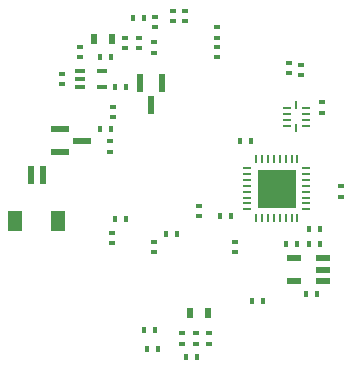
<source format=gbp>
%FSLAX24Y24*%
%MOIN*%
G70*
G01*
G75*
G04 Layer_Color=128*
%ADD10C,0.0100*%
%ADD11R,0.2362X0.1890*%
%ADD12O,0.0315X0.0157*%
%ADD13O,0.0276X0.0098*%
%ADD14O,0.0098X0.0276*%
%ADD15R,0.0236X0.0157*%
%ADD16R,0.0197X0.0354*%
%ADD17R,0.0157X0.0236*%
%ADD18R,0.0354X0.0197*%
%ADD19R,0.1850X0.1850*%
%ADD20O,0.0110X0.0315*%
%ADD21O,0.0315X0.0110*%
%ADD22R,0.2028X0.2028*%
%ADD23O,0.0110X0.0335*%
%ADD24O,0.0335X0.0110*%
%ADD25O,0.0532X0.0177*%
%ADD26R,0.0532X0.0157*%
%ADD27R,0.0630X0.0748*%
%ADD28R,0.0551X0.0630*%
%ADD29R,0.0217X0.0394*%
%ADD30R,0.0276X0.0354*%
%ADD31R,0.0138X0.0098*%
%ADD32R,0.0098X0.0187*%
%ADD33R,0.0787X0.0472*%
%ADD34R,0.0142X0.0142*%
%ADD35R,0.0110X0.0110*%
G04:AMPARAMS|DCode=36|XSize=59.1mil|YSize=102.4mil|CornerRadius=0mil|HoleSize=0mil|Usage=FLASHONLY|Rotation=230.000|XOffset=0mil|YOffset=0mil|HoleType=Round|Shape=Rectangle|*
%AMROTATEDRECTD36*
4,1,4,-0.0202,0.0555,0.0582,-0.0103,0.0202,-0.0555,-0.0582,0.0103,-0.0202,0.0555,0.0*
%
%ADD36ROTATEDRECTD36*%

%ADD37R,0.0197X0.0315*%
G04:AMPARAMS|DCode=38|XSize=86.6mil|YSize=51.2mil|CornerRadius=12.8mil|HoleSize=0mil|Usage=FLASHONLY|Rotation=270.000|XOffset=0mil|YOffset=0mil|HoleType=Round|Shape=RoundedRectangle|*
%AMROUNDEDRECTD38*
21,1,0.0866,0.0256,0,0,270.0*
21,1,0.0610,0.0512,0,0,270.0*
1,1,0.0256,-0.0128,-0.0305*
1,1,0.0256,-0.0128,0.0305*
1,1,0.0256,0.0128,0.0305*
1,1,0.0256,0.0128,-0.0305*
%
%ADD38ROUNDEDRECTD38*%
G04:AMPARAMS|DCode=39|XSize=15.7mil|YSize=23.6mil|CornerRadius=3.9mil|HoleSize=0mil|Usage=FLASHONLY|Rotation=270.000|XOffset=0mil|YOffset=0mil|HoleType=Round|Shape=RoundedRectangle|*
%AMROUNDEDRECTD39*
21,1,0.0157,0.0157,0,0,270.0*
21,1,0.0079,0.0236,0,0,270.0*
1,1,0.0079,-0.0079,-0.0039*
1,1,0.0079,-0.0079,0.0039*
1,1,0.0079,0.0079,0.0039*
1,1,0.0079,0.0079,-0.0039*
%
%ADD39ROUNDEDRECTD39*%
%ADD40R,0.0118X0.0209*%
%ADD41R,0.0118X0.0193*%
%ADD42R,0.0157X0.0335*%
%ADD43R,0.0335X0.0157*%
%ADD44C,0.0060*%
%ADD45C,0.0050*%
%ADD46C,0.0120*%
%ADD47C,0.0181*%
%ADD48C,0.0080*%
%ADD49C,0.0150*%
%ADD50C,0.1260*%
%ADD51C,0.0630*%
%ADD52C,0.0197*%
%ADD53C,0.0180*%
%ADD54C,0.0260*%
%ADD55C,0.0220*%
%ADD56C,0.0200*%
%ADD57C,0.0276*%
%ADD58O,0.0098X0.0315*%
%ADD59O,0.0315X0.0098*%
%ADD60R,0.1299X0.1299*%
%ADD61R,0.0236X0.0591*%
%ADD62R,0.0591X0.0236*%
%ADD63R,0.0236X0.0610*%
%ADD64R,0.0472X0.0709*%
%ADD65R,0.0512X0.0217*%
%ADD66C,0.0098*%
%ADD67C,0.0079*%
%ADD68C,0.0039*%
%ADD69C,0.0047*%
G04:AMPARAMS|DCode=70|XSize=43.3mil|YSize=55.1mil|CornerRadius=0mil|HoleSize=0mil|Usage=FLASHONLY|Rotation=230.000|XOffset=0mil|YOffset=0mil|HoleType=Round|Shape=Rectangle|*
%AMROTATEDRECTD70*
4,1,4,-0.0072,0.0343,0.0350,-0.0011,0.0072,-0.0343,-0.0350,0.0011,-0.0072,0.0343,0.0*
%
%ADD70ROTATEDRECTD70*%

%ADD71R,0.2422X0.1950*%
%ADD72O,0.0375X0.0217*%
%ADD73O,0.0336X0.0158*%
%ADD74O,0.0158X0.0336*%
%ADD75R,0.0296X0.0217*%
%ADD76R,0.0257X0.0414*%
%ADD77R,0.0217X0.0296*%
%ADD78R,0.0414X0.0257*%
%ADD79R,0.1910X0.1910*%
%ADD80O,0.0165X0.0370*%
%ADD81O,0.0370X0.0165*%
%ADD82R,0.2088X0.2088*%
%ADD83O,0.0165X0.0390*%
%ADD84O,0.0390X0.0165*%
%ADD85O,0.0592X0.0237*%
%ADD86R,0.0610X0.0236*%
%ADD87R,0.0709X0.0827*%
%ADD88R,0.0630X0.0709*%
%ADD89R,0.0277X0.0454*%
%ADD90R,0.0336X0.0414*%
%ADD91R,0.0198X0.0158*%
%ADD92R,0.0158X0.0247*%
%ADD93R,0.0847X0.0532*%
%ADD94R,0.0202X0.0202*%
%ADD95R,0.0170X0.0170*%
G04:AMPARAMS|DCode=96|XSize=65.1mil|YSize=108.4mil|CornerRadius=0mil|HoleSize=0mil|Usage=FLASHONLY|Rotation=230.000|XOffset=0mil|YOffset=0mil|HoleType=Round|Shape=Rectangle|*
%AMROTATEDRECTD96*
4,1,4,-0.0206,0.0597,0.0624,-0.0099,0.0206,-0.0597,-0.0624,0.0099,-0.0206,0.0597,0.0*
%
%ADD96ROTATEDRECTD96*%

%ADD97R,0.0257X0.0375*%
G04:AMPARAMS|DCode=98|XSize=94.5mil|YSize=59.1mil|CornerRadius=16.7mil|HoleSize=0mil|Usage=FLASHONLY|Rotation=270.000|XOffset=0mil|YOffset=0mil|HoleType=Round|Shape=RoundedRectangle|*
%AMROUNDEDRECTD98*
21,1,0.0945,0.0256,0,0,270.0*
21,1,0.0610,0.0591,0,0,270.0*
1,1,0.0335,-0.0128,-0.0305*
1,1,0.0335,-0.0128,0.0305*
1,1,0.0335,0.0128,0.0305*
1,1,0.0335,0.0128,-0.0305*
%
%ADD98ROUNDEDRECTD98*%
G04:AMPARAMS|DCode=99|XSize=21.7mil|YSize=29.6mil|CornerRadius=6.9mil|HoleSize=0mil|Usage=FLASHONLY|Rotation=270.000|XOffset=0mil|YOffset=0mil|HoleType=Round|Shape=RoundedRectangle|*
%AMROUNDEDRECTD99*
21,1,0.0217,0.0157,0,0,270.0*
21,1,0.0079,0.0296,0,0,270.0*
1,1,0.0139,-0.0079,-0.0039*
1,1,0.0139,-0.0079,0.0039*
1,1,0.0139,0.0079,0.0039*
1,1,0.0139,0.0079,-0.0039*
%
%ADD99ROUNDEDRECTD99*%
%ADD100R,0.0178X0.0269*%
%ADD101R,0.0178X0.0253*%
%ADD102R,0.0217X0.0395*%
%ADD103R,0.0395X0.0217*%
%ADD104C,0.1320*%
%ADD105C,0.0690*%
%ADD106R,0.0060X0.0060*%
%ADD107C,0.0320*%
%ADD108C,0.0020*%
%ADD109O,0.0158X0.0375*%
%ADD110O,0.0375X0.0158*%
%ADD111R,0.1359X0.1359*%
%ADD112R,0.0296X0.0651*%
%ADD113R,0.0651X0.0296*%
%ADD114R,0.0296X0.0670*%
%ADD115R,0.0532X0.0769*%
%ADD116R,0.0572X0.0277*%
%ADD117C,0.0076*%
D13*
X4415Y2695D02*
D03*
Y2498D02*
D03*
Y2302D02*
D03*
Y2105D02*
D03*
X3785D02*
D03*
Y2302D02*
D03*
Y2498D02*
D03*
Y2695D02*
D03*
D14*
X4100Y2006D02*
D03*
Y2794D02*
D03*
D15*
X-2050Y-1473D02*
D03*
Y-1827D02*
D03*
X-1150Y4673D02*
D03*
Y5027D02*
D03*
X-1600Y4673D02*
D03*
Y5027D02*
D03*
X-600Y5373D02*
D03*
Y5727D02*
D03*
X-650Y4523D02*
D03*
Y4877D02*
D03*
X4950Y2523D02*
D03*
Y2877D02*
D03*
X4250Y3773D02*
D03*
Y4127D02*
D03*
X3850Y3850D02*
D03*
Y4204D02*
D03*
X1450Y5023D02*
D03*
Y5377D02*
D03*
Y4727D02*
D03*
Y4373D02*
D03*
X400Y5573D02*
D03*
Y5927D02*
D03*
X0Y5573D02*
D03*
Y5927D02*
D03*
X-2000Y2373D02*
D03*
Y2727D02*
D03*
X-2100Y1577D02*
D03*
Y1223D02*
D03*
X-3700Y3473D02*
D03*
Y3827D02*
D03*
X-3100Y4727D02*
D03*
Y4373D02*
D03*
X1200Y-4823D02*
D03*
Y-5177D02*
D03*
X750D02*
D03*
Y-4823D02*
D03*
X300Y-5177D02*
D03*
Y-4823D02*
D03*
X2050Y-1773D02*
D03*
Y-2127D02*
D03*
X850Y-573D02*
D03*
Y-927D02*
D03*
X-650Y-2127D02*
D03*
Y-1773D02*
D03*
X5600Y77D02*
D03*
Y-277D02*
D03*
D16*
X-2645Y5000D02*
D03*
X-2055D02*
D03*
X555Y-4150D02*
D03*
X1145D02*
D03*
D17*
X-1573Y-1000D02*
D03*
X-1927D02*
D03*
X-973Y5700D02*
D03*
X-1327D02*
D03*
X-2073Y4400D02*
D03*
X-2427D02*
D03*
Y2000D02*
D03*
X-2073D02*
D03*
X-1573Y3400D02*
D03*
X-1927D02*
D03*
X4777Y-3500D02*
D03*
X4423D02*
D03*
X4523Y-1850D02*
D03*
X4877D02*
D03*
X4127D02*
D03*
X3773D02*
D03*
X4877Y-1350D02*
D03*
X4523D02*
D03*
X2977Y-3750D02*
D03*
X2623D02*
D03*
X423Y-5600D02*
D03*
X777D02*
D03*
X-523Y-5350D02*
D03*
X-877D02*
D03*
X-977Y-4700D02*
D03*
X-623D02*
D03*
X1927Y-900D02*
D03*
X1573D02*
D03*
X-227Y-1500D02*
D03*
X127D02*
D03*
X2223Y1600D02*
D03*
X2577D02*
D03*
D43*
X-3124Y3394D02*
D03*
Y3650D02*
D03*
Y3906D02*
D03*
X-2376D02*
D03*
Y3394D02*
D03*
D58*
X2761Y984D02*
D03*
X2958D02*
D03*
X3155D02*
D03*
X3352D02*
D03*
X3548D02*
D03*
X3745D02*
D03*
X3942D02*
D03*
X4139D02*
D03*
Y-984D02*
D03*
X3942D02*
D03*
X3745D02*
D03*
X3548D02*
D03*
X3352D02*
D03*
X3155D02*
D03*
X2958D02*
D03*
X2761D02*
D03*
D59*
X4434Y689D02*
D03*
Y492D02*
D03*
Y295D02*
D03*
Y98D02*
D03*
Y-98D02*
D03*
Y-295D02*
D03*
Y-492D02*
D03*
Y-689D02*
D03*
X2466D02*
D03*
Y-492D02*
D03*
Y-295D02*
D03*
Y-98D02*
D03*
Y98D02*
D03*
Y295D02*
D03*
Y492D02*
D03*
Y689D02*
D03*
D60*
X3450Y0D02*
D03*
D61*
X-750Y2776D02*
D03*
X-376Y3524D02*
D03*
X-1124D02*
D03*
D62*
X-3026Y1600D02*
D03*
X-3774Y1974D02*
D03*
Y1226D02*
D03*
D63*
X-4747Y451D02*
D03*
X-4353D02*
D03*
D64*
X-5259Y-1074D02*
D03*
X-3841D02*
D03*
D65*
X4992Y-2326D02*
D03*
Y-2700D02*
D03*
Y-3074D02*
D03*
X4008D02*
D03*
Y-2326D02*
D03*
M02*

</source>
